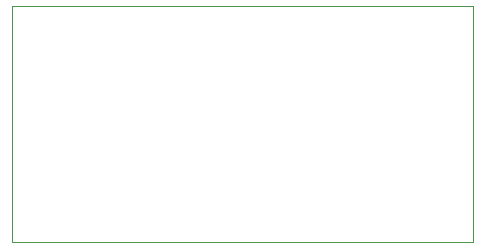
<source format=gko>
G04 Layer_Color=16711935*
%FSLAX44Y44*%
%MOMM*%
G71*
G01*
G75*
%ADD105C,0.1000*%
D105*
X233250Y250D02*
X390250D01*
Y200250D01*
X250D02*
X390250D01*
X250Y250D02*
Y200250D01*
Y250D02*
X58750D01*
X233250D01*
M02*

</source>
